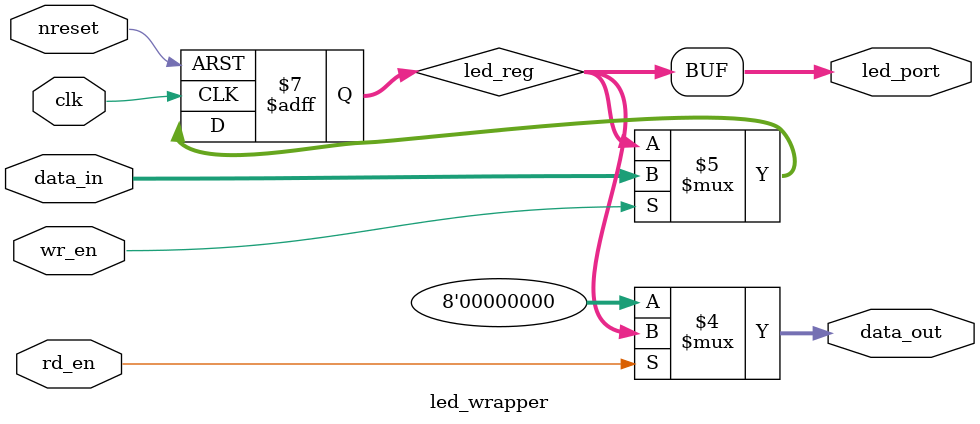
<source format=v>
module led_wrapper(
    input clk,
    input nreset,
    input wr_en,
    input rd_en,
    input [7:0] data_in,
    output reg [7:0] data_out,
    output reg [7:0] led_port
);

    reg [7:0] led_reg;

    always @(posedge clk or negedge nreset) begin
        if (!nreset) begin
            led_reg <= 8'h00;
        end else if (wr_en) begin
                led_reg <= data_in;      
           
        end
    end

    always @(*) begin
        led_port = led_reg;
        data_out = rd_en ? led_reg : 8'h00;
    end

endmodule

</source>
